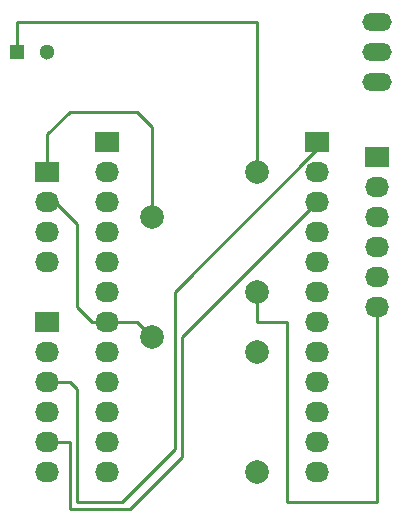
<source format=gbr>
G04 #@! TF.FileFunction,Copper,L2,Bot,Signal*
%FSLAX46Y46*%
G04 Gerber Fmt 4.6, Leading zero omitted, Abs format (unit mm)*
G04 Created by KiCad (PCBNEW 4.0.2-stable) date Wednesday, 12 October 2016 'pmt' 07:44:15 pm*
%MOMM*%
G01*
G04 APERTURE LIST*
%ADD10C,0.100000*%
%ADD11R,2.032000X1.727200*%
%ADD12O,2.032000X1.727200*%
%ADD13C,1.998980*%
%ADD14O,2.499360X1.501140*%
%ADD15R,1.300000X1.300000*%
%ADD16C,1.300000*%
%ADD17C,0.250000*%
G04 APERTURE END LIST*
D10*
D11*
X157480000Y-81280000D03*
D12*
X157480000Y-83820000D03*
X157480000Y-86360000D03*
X157480000Y-88900000D03*
D13*
X175260000Y-81280000D03*
X175260000Y-91440000D03*
X175260000Y-96520000D03*
X175260000Y-106680000D03*
X166370000Y-85090000D03*
X166370000Y-95250000D03*
D14*
X185420000Y-71120000D03*
X185420000Y-68580000D03*
X185420000Y-73660000D03*
D11*
X157480000Y-93980000D03*
D12*
X157480000Y-96520000D03*
X157480000Y-99060000D03*
X157480000Y-101600000D03*
X157480000Y-104140000D03*
X157480000Y-106680000D03*
D15*
X154940000Y-71120000D03*
D16*
X157440000Y-71120000D03*
D12*
X180340000Y-106680000D03*
X180340000Y-104140000D03*
X180340000Y-101600000D03*
X180340000Y-99060000D03*
X180340000Y-96520000D03*
X180340000Y-93980000D03*
X180340000Y-91440000D03*
X180340000Y-88900000D03*
X180340000Y-86360000D03*
X180340000Y-83820000D03*
X180340000Y-81280000D03*
D11*
X180340000Y-78740000D03*
X162560000Y-78740000D03*
D12*
X162560000Y-81280000D03*
X162560000Y-83820000D03*
X162560000Y-86360000D03*
X162560000Y-88900000D03*
X162560000Y-91440000D03*
X162560000Y-93980000D03*
X162560000Y-96520000D03*
X162560000Y-99060000D03*
X162560000Y-101600000D03*
X162560000Y-104140000D03*
X162560000Y-106680000D03*
D11*
X185420000Y-80010000D03*
D12*
X185420000Y-82550000D03*
X185420000Y-85090000D03*
X185420000Y-87630000D03*
X185420000Y-90170000D03*
X185420000Y-92710000D03*
D17*
X154940000Y-71120000D02*
X154940000Y-68580000D01*
X175260000Y-68580000D02*
X175260000Y-81280000D01*
X154940000Y-68580000D02*
X175260000Y-68580000D01*
X166370000Y-85090000D02*
X166370000Y-77470000D01*
X157480000Y-78105000D02*
X157480000Y-81280000D01*
X159385000Y-76200000D02*
X157480000Y-78105000D01*
X165100000Y-76200000D02*
X159385000Y-76200000D01*
X166370000Y-77470000D02*
X165100000Y-76200000D01*
X175260000Y-91440000D02*
X175260000Y-93980000D01*
X185420000Y-109220000D02*
X185420000Y-92710000D01*
X177800000Y-109220000D02*
X185420000Y-109220000D01*
X177800000Y-93980000D02*
X177800000Y-109220000D01*
X175260000Y-93980000D02*
X177800000Y-93980000D01*
X162560000Y-93980000D02*
X165100000Y-93980000D01*
X165100000Y-93980000D02*
X166370000Y-95250000D01*
X157480000Y-83820000D02*
X158115000Y-83820000D01*
X158115000Y-83820000D02*
X160020000Y-85725000D01*
X160020000Y-85725000D02*
X160020000Y-92710000D01*
X160020000Y-92710000D02*
X161290000Y-93980000D01*
X161290000Y-93980000D02*
X162560000Y-93980000D01*
X180340000Y-78740000D02*
X180340000Y-79375000D01*
X180340000Y-79375000D02*
X168275000Y-91440000D01*
X168275000Y-91440000D02*
X168275000Y-104775000D01*
X168275000Y-104775000D02*
X163830000Y-109220000D01*
X163830000Y-109220000D02*
X160020000Y-109220000D01*
X160020000Y-109220000D02*
X160020000Y-99695000D01*
X160020000Y-99695000D02*
X159385000Y-99060000D01*
X159385000Y-99060000D02*
X157480000Y-99060000D01*
X180340000Y-83820000D02*
X168910000Y-95250000D01*
X159385000Y-104140000D02*
X157480000Y-104140000D01*
X159385000Y-109855000D02*
X159385000Y-104140000D01*
X164465000Y-109855000D02*
X159385000Y-109855000D01*
X168910000Y-105410000D02*
X164465000Y-109855000D01*
X168910000Y-95250000D02*
X168910000Y-105410000D01*
M02*

</source>
